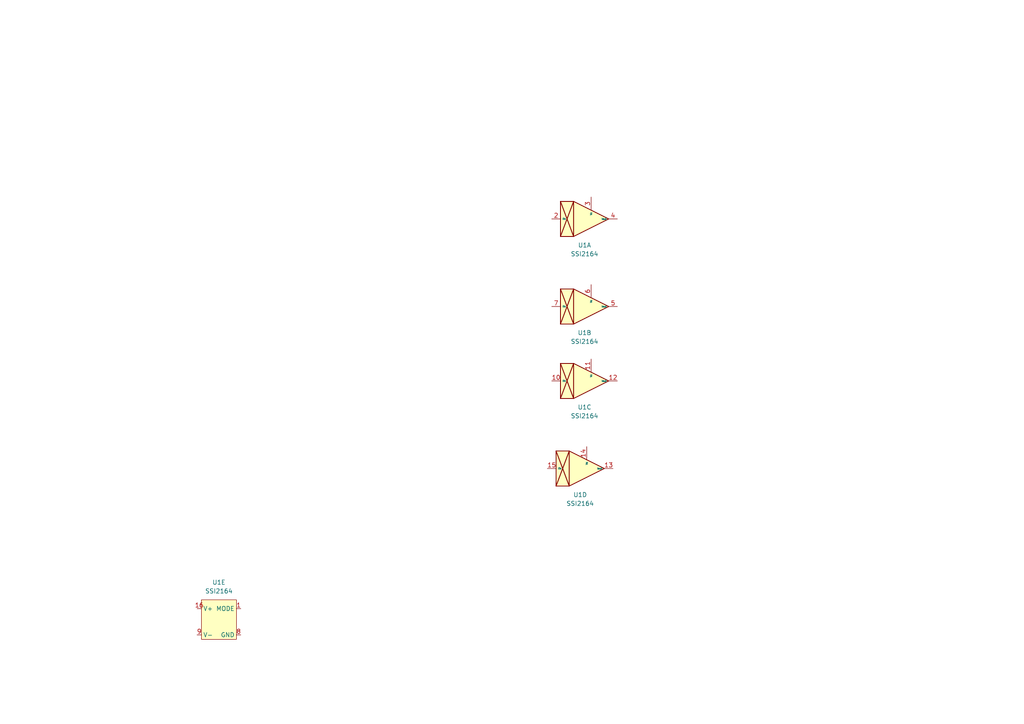
<source format=kicad_sch>
(kicad_sch (version 20230121) (generator eeschema)
  (paper "A4")
  (lib_symbols
    (symbol "SSI2164-multiunit_1"
      (property "Reference" "U" (at -8.89 7.62 0))
      (property "Value" "SSI2164" (at -5.08 0 0))
      (symbol "SSI2164-multiunit_1_1_1"
        (polyline (pts (xy -8.89 -5.08) (xy -5.08 5.08) (xy -5.08 -5.08) (xy -8.89 5.08)) (stroke (width 0.254)))
        (polyline (pts (xy -5.08 5.08) (xy 5.08 0) (xy -5.08 -5.08) (xy -8.89 -5.08) (xy -8.89 5.08) (xy -5.08 5.08)) (stroke (width 0.254)) (fill (type background)))
        (pin input line (at -11.43 0 0) (length 2.54) (name "Iin") (number "2"))
        (pin input line (at 0 6.35 270) (length 3.8) (name "Vc") (number "3"))
        (pin output line (at 7.62 0 180) (length 2.54) (name "Iout") (number "4"))
      )
      (symbol "SSI2164-multiunit_1_2_1"
        (polyline (pts (xy -8.89 -5.08) (xy -5.08 5.08) (xy -5.08 -5.08) (xy -8.89 5.08)) (stroke (width 0.254)))
        (polyline (pts (xy -5.08 5.08) (xy 5.08 0) (xy -5.08 -5.08) (xy -8.89 -5.08) (xy -8.89 5.08) (xy -5.08 5.08)) (stroke (width 0.254)) (fill (type background)))
        (pin output line (at 7.62 0 180) (length 2.54) (name "Iout") (number "5"))
        (pin input line (at 0 6.35 270) (length 3.8) (name "Vc") (number "6"))
        (pin input line (at -11.43 0 0) (length 2.54) (name "Iin") (number "7"))
      )
      (symbol "SSI2164-multiunit_1_3_1"
        (polyline (pts (xy -8.89 -5.08) (xy -5.08 5.08) (xy -5.08 -5.08) (xy -8.89 5.08)) (stroke (width 0.254)))
        (polyline (pts (xy -5.08 5.08) (xy 5.08 0) (xy -5.08 -5.08) (xy -8.89 -5.08) (xy -8.89 5.08) (xy -5.08 5.08)) (stroke (width 0.254)) (fill (type background)))
        (pin input line (at -11.43 0 0) (length 2.54) (name "Iin") (number "10"))
        (pin input line (at 0 6.35 270) (length 3.8) (name "Vc") (number "11"))
        (pin output line (at 7.62 0 180) (length 2.54) (name "Iout") (number "12"))
      )
      (symbol "SSI2164-multiunit_1_4_1"
        (polyline (pts (xy -8.89 -5.08) (xy -5.08 5.08) (xy -5.08 -5.08) (xy -8.89 5.08)) (stroke (width 0.254)))
        (polyline (pts (xy -5.08 5.08) (xy 5.08 0) (xy -5.08 -5.08) (xy -8.89 -5.08) (xy -8.89 5.08) (xy -5.08 5.08)) (stroke (width 0.254)) (fill (type background)))
        (pin output line (at 7.62 0 180) (length 2.54) (name "Iout") (number "13"))
        (pin input line (at 0 6.35 270) (length 3.8) (name "Vc") (number "14"))
        (pin input line (at -11.43 0 0) (length 2.54) (name "Iin") (number "15"))
      )
      (symbol "SSI2164-multiunit_1_5_1"
        (rectangle (start -5.08 6.35) (end 5.08 -5.08) (fill (type background)))
        (pin power_in line (at 6.35 3.81 180) (length 1.27) (name "MODE") (number "1"))
        (pin power_in line (at -6.35 3.81 0) (length 1.27) (name "V+") (number "16"))
        (pin power_in line (at 6.35 -3.81 180) (length 1.27) (name "GND") (number "8"))
        (pin power_in line (at -6.35 -3.81 0) (length 1.27) (name "V-") (number "9"))
      )
    )
  )
  (symbol (lib_name "SSI2164-multiunit_1") (lib_id "WillItBlend:SSI2164-multiunit") (at 63.5 180.34 0) (unit 5)
    (property "Reference" "U1" (at 63.5 168.91 0))
    (property "Value" "SSI2164" (at 63.5 171.45 0))
    (property "Footprint" "Package_SO:SOIC-16_3.9x9.9mm_P1.27mm" (effects hide))
    (property "Datasheet" "http://www.soundsemiconductor.com/downloads/ssi2164datasheet.pdf" (effects hide))
  )
  (symbol (lib_name "SSI2164-multiunit_1") (lib_id "WillItBlend:SSI2164-multiunit") (at 171.45 110.49 0) (unit 3)
    (property "Reference" "U1" (at 169.545 118.11 0))
    (property "Value" "SSI2164" (at 169.545 120.65 0))
    (property "Footprint" "Package_SO:SOIC-16_3.9x9.9mm_P1.27mm" (effects hide))
    (property "Datasheet" "http://www.soundsemiconductor.com/downloads/ssi2164datasheet.pdf" (effects hide))
  )
  (symbol (lib_name "SSI2164-multiunit_1") (lib_id "WillItBlend:SSI2164-multiunit") (at 171.45 88.9 0) (unit 2)
    (property "Reference" "U1" (at 169.545 96.52 0))
    (property "Value" "SSI2164" (at 169.545 99.06 0))
    (property "Footprint" "Package_SO:SOIC-16_3.9x9.9mm_P1.27mm" (effects hide))
    (property "Datasheet" "http://www.soundsemiconductor.com/downloads/ssi2164datasheet.pdf" (effects hide))
  )
  (symbol (lib_name "SSI2164-multiunit_1") (lib_id "WillItBlend:SSI2164-multiunit") (at 170.18 135.89 0) (unit 4)
    (property "Reference" "U1" (at 168.275 143.51 0))
    (property "Value" "SSI2164" (at 168.275 146.05 0))
    (property "Footprint" "Package_SO:SOIC-16_3.9x9.9mm_P1.27mm" (effects hide))
    (property "Datasheet" "http://www.soundsemiconductor.com/downloads/ssi2164datasheet.pdf" (effects hide))
  )
  (symbol (lib_name "SSI2164-multiunit_1") (lib_id "WillItBlend:SSI2164-multiunit") (at 171.45 63.5 0) (unit 1)
    (property "Reference" "U1" (at 169.545 71.12 0))
    (property "Value" "SSI2164" (at 169.545 73.66 0))
    (property "Footprint" "Package_SO:SOIC-16_3.9x9.9mm_P1.27mm" (effects hide))
    (property "Datasheet" "http://www.soundsemiconductor.com/downloads/ssi2164datasheet.pdf" (effects hide))
  )
)
</source>
